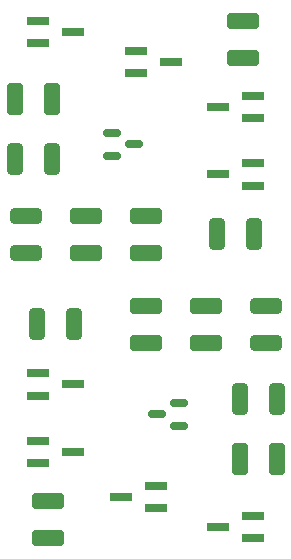
<source format=gtp>
G04 #@! TF.GenerationSoftware,KiCad,Pcbnew,(6.0.9)*
G04 #@! TF.CreationDate,2022-11-27T21:58:06+01:00*
G04 #@! TF.ProjectId,SPI2WS2812,53504932-5753-4323-9831-322e6b696361,rev?*
G04 #@! TF.SameCoordinates,Original*
G04 #@! TF.FileFunction,Paste,Top*
G04 #@! TF.FilePolarity,Positive*
%FSLAX46Y46*%
G04 Gerber Fmt 4.6, Leading zero omitted, Abs format (unit mm)*
G04 Created by KiCad (PCBNEW (6.0.9)) date 2022-11-27 21:58:06*
%MOMM*%
%LPD*%
G01*
G04 APERTURE LIST*
G04 Aperture macros list*
%AMRoundRect*
0 Rectangle with rounded corners*
0 $1 Rounding radius*
0 $2 $3 $4 $5 $6 $7 $8 $9 X,Y pos of 4 corners*
0 Add a 4 corners polygon primitive as box body*
4,1,4,$2,$3,$4,$5,$6,$7,$8,$9,$2,$3,0*
0 Add four circle primitives for the rounded corners*
1,1,$1+$1,$2,$3*
1,1,$1+$1,$4,$5*
1,1,$1+$1,$6,$7*
1,1,$1+$1,$8,$9*
0 Add four rect primitives between the rounded corners*
20,1,$1+$1,$2,$3,$4,$5,0*
20,1,$1+$1,$4,$5,$6,$7,0*
20,1,$1+$1,$6,$7,$8,$9,0*
20,1,$1+$1,$8,$9,$2,$3,0*%
G04 Aperture macros list end*
%ADD10R,1.900000X0.800000*%
%ADD11RoundRect,0.250000X-1.075000X0.400000X-1.075000X-0.400000X1.075000X-0.400000X1.075000X0.400000X0*%
%ADD12RoundRect,0.250000X0.412500X1.100000X-0.412500X1.100000X-0.412500X-1.100000X0.412500X-1.100000X0*%
%ADD13RoundRect,0.150000X0.587500X0.150000X-0.587500X0.150000X-0.587500X-0.150000X0.587500X-0.150000X0*%
%ADD14RoundRect,0.250000X1.075000X-0.400000X1.075000X0.400000X-1.075000X0.400000X-1.075000X-0.400000X0*%
%ADD15RoundRect,0.250000X-0.400000X-1.075000X0.400000X-1.075000X0.400000X1.075000X-0.400000X1.075000X0*%
%ADD16RoundRect,0.250000X-1.100000X0.412500X-1.100000X-0.412500X1.100000X-0.412500X1.100000X0.412500X0*%
%ADD17RoundRect,0.250000X0.400000X1.075000X-0.400000X1.075000X-0.400000X-1.075000X0.400000X-1.075000X0*%
%ADD18RoundRect,0.150000X-0.587500X-0.150000X0.587500X-0.150000X0.587500X0.150000X-0.587500X0.150000X0*%
%ADD19RoundRect,0.250000X1.100000X-0.412500X1.100000X0.412500X-1.100000X0.412500X-1.100000X-0.412500X0*%
%ADD20RoundRect,0.250000X-0.412500X-1.100000X0.412500X-1.100000X0.412500X1.100000X-0.412500X1.100000X0*%
G04 APERTURE END LIST*
D10*
X95020000Y-94300000D03*
X95020000Y-96200000D03*
X98020000Y-95250000D03*
D11*
X93980000Y-81000000D03*
X93980000Y-84100000D03*
D10*
X105005000Y-105725000D03*
X105005000Y-103825000D03*
X102005000Y-104775000D03*
D12*
X115227500Y-101600000D03*
X112102500Y-101600000D03*
D10*
X113260000Y-78420000D03*
X113260000Y-76520000D03*
X110260000Y-77470000D03*
D13*
X106982500Y-98740000D03*
X106982500Y-96840000D03*
X105107500Y-97790000D03*
D14*
X114300000Y-91720000D03*
X114300000Y-88620000D03*
D10*
X113260000Y-108265000D03*
X113260000Y-106365000D03*
X110260000Y-107315000D03*
D15*
X93065000Y-76200000D03*
X96165000Y-76200000D03*
D16*
X104140000Y-88607500D03*
X104140000Y-91732500D03*
D15*
X110210000Y-82550000D03*
X113310000Y-82550000D03*
D16*
X112395000Y-64477500D03*
X112395000Y-67602500D03*
D17*
X98070000Y-90170000D03*
X94970000Y-90170000D03*
D18*
X101297500Y-73980000D03*
X101297500Y-75880000D03*
X103172500Y-74930000D03*
D19*
X99060000Y-84112500D03*
X99060000Y-80987500D03*
D16*
X109220000Y-88607500D03*
X109220000Y-91732500D03*
D17*
X115215000Y-96520000D03*
X112115000Y-96520000D03*
D10*
X95020000Y-100015000D03*
X95020000Y-101915000D03*
X98020000Y-100965000D03*
X103275000Y-66995000D03*
X103275000Y-68895000D03*
X106275000Y-67945000D03*
D20*
X93052500Y-71120000D03*
X96177500Y-71120000D03*
D10*
X95020000Y-64455000D03*
X95020000Y-66355000D03*
X98020000Y-65405000D03*
X113260000Y-72705000D03*
X113260000Y-70805000D03*
X110260000Y-71755000D03*
D19*
X95885000Y-108242500D03*
X95885000Y-105117500D03*
X104140000Y-84112500D03*
X104140000Y-80987500D03*
M02*

</source>
